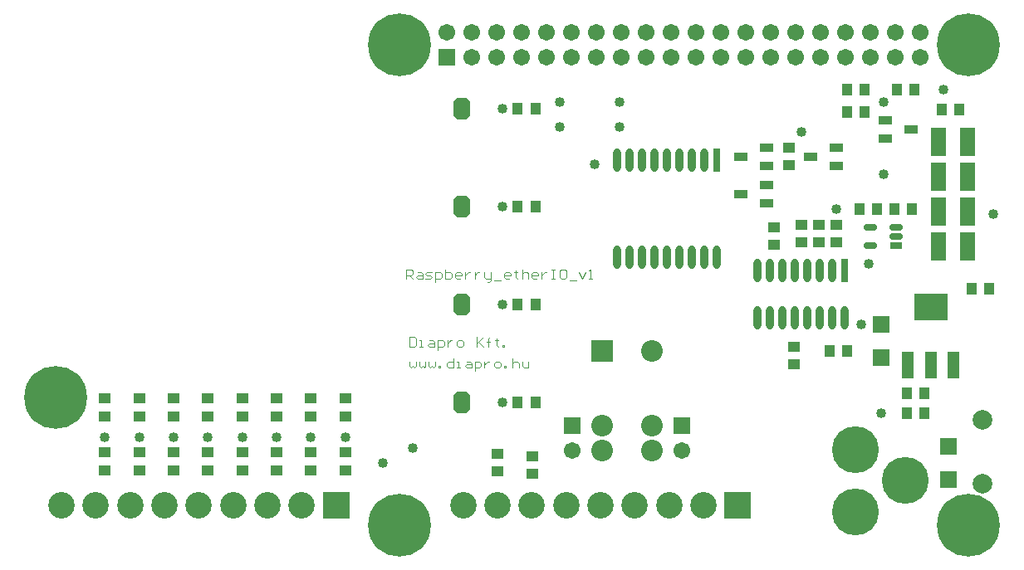
<source format=gts>
%FSTAX24Y24*%
%MOIN*%
G70*
G01*
G75*
G04 Layer_Color=8388736*
%ADD10R,0.0315X0.0374*%
%ADD11R,0.0374X0.0315*%
%ADD12R,0.0472X0.0256*%
G04:AMPARAMS|DCode=13|XSize=21.7mil|YSize=47.2mil|CornerRadius=0mil|HoleSize=0mil|Usage=FLASHONLY|Rotation=270.000|XOffset=0mil|YOffset=0mil|HoleType=Round|Shape=Octagon|*
%AMOCTAGOND13*
4,1,8,0.0236,0.0054,0.0236,-0.0054,0.0182,-0.0108,-0.0182,-0.0108,-0.0236,-0.0054,-0.0236,0.0054,-0.0182,0.0108,0.0182,0.0108,0.0236,0.0054,0.0*
%
%ADD13OCTAGOND13*%

%ADD14R,0.0472X0.0217*%
%ADD15R,0.0512X0.1063*%
%ADD16O,0.0236X0.0866*%
%ADD17R,0.0236X0.0866*%
%ADD18R,0.0630X0.0630*%
%ADD19R,0.1299X0.1004*%
%ADD20R,0.0374X0.1004*%
%ADD21C,0.0100*%
%ADD22C,0.0200*%
%ADD23C,0.0150*%
%ADD24C,0.0039*%
%ADD25R,0.0787X0.0787*%
%ADD26C,0.0787*%
%ADD27C,0.0591*%
%ADD28R,0.0591X0.0591*%
%ADD29C,0.0709*%
%ADD30R,0.0591X0.0591*%
%ADD31C,0.1800*%
%ADD32C,0.0984*%
%ADD33R,0.0984X0.0984*%
G04:AMPARAMS|DCode=34|XSize=78.7mil|YSize=60mil|CornerRadius=0mil|HoleSize=0mil|Usage=FLASHONLY|Rotation=270.000|XOffset=0mil|YOffset=0mil|HoleType=Round|Shape=Octagon|*
%AMOCTAGOND34*
4,1,8,-0.0150,-0.0394,0.0150,-0.0394,0.0300,-0.0244,0.0300,0.0244,0.0150,0.0394,-0.0150,0.0394,-0.0300,0.0244,-0.0300,-0.0244,-0.0150,-0.0394,0.0*
%
%ADD34OCTAGOND34*%

%ADD35C,0.2441*%
%ADD36C,0.0320*%
%ADD37R,0.0472X0.0728*%
%ADD38C,0.0300*%
%ADD39R,0.0395X0.0454*%
%ADD40R,0.0454X0.0395*%
%ADD41R,0.0552X0.0336*%
G04:AMPARAMS|DCode=42|XSize=25.6mil|YSize=51.2mil|CornerRadius=0mil|HoleSize=0mil|Usage=FLASHONLY|Rotation=270.000|XOffset=0mil|YOffset=0mil|HoleType=Round|Shape=Octagon|*
%AMOCTAGOND42*
4,1,8,0.0256,0.0064,0.0256,-0.0064,0.0192,-0.0128,-0.0192,-0.0128,-0.0256,-0.0064,-0.0256,0.0064,-0.0192,0.0128,0.0192,0.0128,0.0256,0.0064,0.0*
%
%ADD42OCTAGOND42*%

%ADD43R,0.0512X0.0256*%
%ADD44R,0.0592X0.1143*%
%ADD45O,0.0316X0.0946*%
%ADD46R,0.0316X0.0946*%
%ADD47R,0.0710X0.0710*%
%ADD48R,0.1379X0.1084*%
%ADD49R,0.0454X0.1084*%
%ADD50R,0.0867X0.0867*%
%ADD51C,0.0867*%
%ADD52C,0.0671*%
%ADD53R,0.0671X0.0671*%
%ADD54C,0.0789*%
%ADD55R,0.0671X0.0671*%
%ADD56C,0.1880*%
%ADD57C,0.1064*%
%ADD58R,0.1064X0.1064*%
G04:AMPARAMS|DCode=59|XSize=86.7mil|YSize=68mil|CornerRadius=0mil|HoleSize=0mil|Usage=FLASHONLY|Rotation=270.000|XOffset=0mil|YOffset=0mil|HoleType=Round|Shape=Octagon|*
%AMOCTAGOND59*
4,1,8,-0.0170,-0.0434,0.0170,-0.0434,0.0340,-0.0264,0.0340,0.0264,0.0170,0.0434,-0.0170,0.0434,-0.0340,0.0264,-0.0340,-0.0264,-0.0170,-0.0434,0.0*
%
%ADD59OCTAGOND59*%

%ADD60C,0.2521*%
%ADD61C,0.0400*%
D24*
X076155Y077661D02*
Y078054D01*
X076352D01*
X076417Y077989D01*
Y077857D01*
X076352Y077792D01*
X076155D01*
X076286D02*
X076417Y077661D01*
X076614Y077923D02*
X076745D01*
X076811Y077857D01*
Y077661D01*
X076614D01*
X076548Y077726D01*
X076614Y077792D01*
X076811D01*
X076942Y077661D02*
X077139D01*
X077204Y077726D01*
X077139Y077792D01*
X077007D01*
X076942Y077857D01*
X077007Y077923D01*
X077204D01*
X077335Y077529D02*
Y077923D01*
X077532D01*
X077598Y077857D01*
Y077726D01*
X077532Y077661D01*
X077335D01*
X077729Y078054D02*
Y077661D01*
X077926D01*
X077991Y077726D01*
Y077792D01*
Y077857D01*
X077926Y077923D01*
X077729D01*
X078319Y077661D02*
X078188D01*
X078123Y077726D01*
Y077857D01*
X078188Y077923D01*
X078319D01*
X078385Y077857D01*
Y077792D01*
X078123D01*
X078516Y077923D02*
Y077661D01*
Y077792D01*
X078582Y077857D01*
X078647Y077923D01*
X078713D01*
X07891D02*
Y077661D01*
Y077792D01*
X078975Y077857D01*
X079041Y077923D01*
X079107D01*
X079303D02*
Y077726D01*
X079369Y077661D01*
X079566D01*
Y077595D01*
X0795Y077529D01*
X079435D01*
X079566Y077661D02*
Y077923D01*
X079697Y077595D02*
X079959D01*
X080287Y077661D02*
X080156D01*
X08009Y077726D01*
Y077857D01*
X080156Y077923D01*
X080287D01*
X080353Y077857D01*
Y077792D01*
X08009D01*
X08055Y077989D02*
Y077923D01*
X080484D01*
X080615D01*
X08055D01*
Y077726D01*
X080615Y077661D01*
X080812Y078054D02*
Y077661D01*
Y077857D01*
X080878Y077923D01*
X081009D01*
X081074Y077857D01*
Y077661D01*
X081402D02*
X081271D01*
X081206Y077726D01*
Y077857D01*
X081271Y077923D01*
X081402D01*
X081468Y077857D01*
Y077792D01*
X081206D01*
X081599Y077923D02*
Y077661D01*
Y077792D01*
X081665Y077857D01*
X08173Y077923D01*
X081796D01*
X081993Y078054D02*
X082124D01*
X082058D01*
Y077661D01*
X081993D01*
X082124D01*
X082517Y078054D02*
X082386D01*
X082321Y077989D01*
Y077726D01*
X082386Y077661D01*
X082517D01*
X082583Y077726D01*
Y077989D01*
X082517Y078054D01*
X082714Y077595D02*
X082977D01*
X083108Y077923D02*
X083239Y077661D01*
X08337Y077923D01*
X083501Y077661D02*
X083633D01*
X083567D01*
Y078054D01*
X083501Y077989D01*
X076302Y075344D02*
Y07495D01*
X076499D01*
X076564Y075016D01*
Y075278D01*
X076499Y075344D01*
X076302D01*
X076696Y07495D02*
X076827D01*
X076761D01*
Y075213D01*
X076696D01*
X077089D02*
X07722D01*
X077286Y075147D01*
Y07495D01*
X077089D01*
X077024Y075016D01*
X077089Y075082D01*
X077286D01*
X077417Y074819D02*
Y075213D01*
X077614D01*
X077679Y075147D01*
Y075016D01*
X077614Y07495D01*
X077417D01*
X077811Y075213D02*
Y07495D01*
Y075082D01*
X077876Y075147D01*
X077942Y075213D01*
X078007D01*
X07827Y07495D02*
X078401D01*
X078467Y075016D01*
Y075147D01*
X078401Y075213D01*
X07827D01*
X078204Y075147D01*
Y075016D01*
X07827Y07495D01*
X078991Y075344D02*
Y07495D01*
Y075082D01*
X079254Y075344D01*
X079057Y075147D01*
X079254Y07495D01*
X079451D02*
Y075278D01*
Y075147D01*
X079385D01*
X079516D01*
X079451D01*
Y075278D01*
X079516Y075344D01*
X079779Y075278D02*
Y075213D01*
X079713D01*
X079844D01*
X079779D01*
Y075016D01*
X079844Y07495D01*
X080041D02*
Y075016D01*
X080107D01*
Y07495D01*
X080041D01*
X076285Y074354D02*
Y074157D01*
X076351Y074091D01*
X076417Y074157D01*
X076482Y074091D01*
X076548Y074157D01*
Y074354D01*
X076679D02*
Y074157D01*
X076745Y074091D01*
X07681Y074157D01*
X076876Y074091D01*
X076941Y074157D01*
Y074354D01*
X077073D02*
Y074157D01*
X077138Y074091D01*
X077204Y074157D01*
X077269Y074091D01*
X077335Y074157D01*
Y074354D01*
X077466Y074091D02*
Y074157D01*
X077532D01*
Y074091D01*
X077466D01*
X078057Y074485D02*
Y074091D01*
X07786D01*
X077794Y074157D01*
Y074288D01*
X07786Y074354D01*
X078057D01*
X078188Y074091D02*
X078319D01*
X078253D01*
Y074354D01*
X078188D01*
X078581D02*
X078712D01*
X078778Y074288D01*
Y074091D01*
X078581D01*
X078516Y074157D01*
X078581Y074223D01*
X078778D01*
X078909Y07396D02*
Y074354D01*
X079106D01*
X079172Y074288D01*
Y074157D01*
X079106Y074091D01*
X078909D01*
X079303Y074354D02*
Y074091D01*
Y074223D01*
X079368Y074288D01*
X079434Y074354D01*
X0795D01*
X079762Y074091D02*
X079893D01*
X079959Y074157D01*
Y074288D01*
X079893Y074354D01*
X079762D01*
X079696Y074288D01*
Y074157D01*
X079762Y074091D01*
X08009D02*
Y074157D01*
X080156D01*
Y074091D01*
X08009D01*
X080418Y074485D02*
Y074091D01*
Y074288D01*
X080484Y074354D01*
X080615D01*
X08068Y074288D01*
Y074091D01*
X080812Y074354D02*
Y074157D01*
X080877Y074091D01*
X081074D01*
Y074354D01*
D39*
X094567Y085278D02*
D03*
X093858D02*
D03*
X098367Y084478D02*
D03*
X097658D02*
D03*
X094567Y084378D02*
D03*
X093858D02*
D03*
X096467Y080478D02*
D03*
X095758D02*
D03*
X095067D02*
D03*
X094358D02*
D03*
X099567Y077278D02*
D03*
X098858D02*
D03*
X096967Y072278D02*
D03*
X096258D02*
D03*
X080642Y08451D02*
D03*
X08135D02*
D03*
X096258Y073078D02*
D03*
X096967D02*
D03*
X080642Y080573D02*
D03*
X08135D02*
D03*
X080642Y076636D02*
D03*
X08135D02*
D03*
X080642Y072699D02*
D03*
X08135D02*
D03*
X093158Y074778D02*
D03*
X093867D02*
D03*
X095858Y085278D02*
D03*
X096567D02*
D03*
D40*
X092713Y079832D02*
D03*
Y079124D02*
D03*
X091513Y082932D02*
D03*
Y082224D02*
D03*
X090913Y079732D02*
D03*
Y079024D02*
D03*
X081213Y069824D02*
D03*
Y070532D02*
D03*
X079813Y069924D02*
D03*
Y070632D02*
D03*
X093413Y079832D02*
D03*
Y079124D02*
D03*
X073713Y072857D02*
D03*
Y072148D02*
D03*
X072335Y072857D02*
D03*
Y072148D02*
D03*
X070957Y072857D02*
D03*
Y072148D02*
D03*
X069579Y072857D02*
D03*
Y072148D02*
D03*
X068201Y072857D02*
D03*
Y072148D02*
D03*
X066823Y072857D02*
D03*
Y072148D02*
D03*
X065445Y072857D02*
D03*
Y072148D02*
D03*
X064067Y072857D02*
D03*
Y072148D02*
D03*
X092013Y079832D02*
D03*
Y079124D02*
D03*
X091713Y074224D02*
D03*
Y074932D02*
D03*
X073713Y070691D02*
D03*
Y069983D02*
D03*
X072335Y070691D02*
D03*
Y069983D02*
D03*
X070957Y070691D02*
D03*
Y069983D02*
D03*
X069579Y070691D02*
D03*
Y069983D02*
D03*
X068201Y070691D02*
D03*
Y069983D02*
D03*
X066823Y070691D02*
D03*
Y069983D02*
D03*
X065445Y070691D02*
D03*
Y069983D02*
D03*
X064067Y070691D02*
D03*
Y069983D02*
D03*
D41*
X090635Y082952D02*
D03*
Y082204D02*
D03*
X08959Y082578D02*
D03*
X09539Y083304D02*
D03*
Y084052D02*
D03*
X096435Y083678D02*
D03*
X093435Y082952D02*
D03*
Y082204D02*
D03*
X09239Y082578D02*
D03*
X090635Y081452D02*
D03*
Y080704D02*
D03*
X08959Y081078D02*
D03*
D42*
X095835Y079752D02*
D03*
Y079378D02*
D03*
X094801Y079752D02*
D03*
Y079004D02*
D03*
D43*
X095835Y079004D02*
D03*
D44*
X097542Y083178D02*
D03*
X098683D02*
D03*
X097542Y081778D02*
D03*
X098683D02*
D03*
X097542Y080378D02*
D03*
X098683D02*
D03*
X097542Y078978D02*
D03*
X098683D02*
D03*
D45*
X085113Y082423D02*
D03*
X088613Y078533D02*
D03*
X085113D02*
D03*
X085613D02*
D03*
X086113D02*
D03*
X086613D02*
D03*
X087113D02*
D03*
X087613D02*
D03*
X088113D02*
D03*
X085613Y082423D02*
D03*
X086113D02*
D03*
X086613D02*
D03*
X087113D02*
D03*
X087613D02*
D03*
X088113D02*
D03*
X084613D02*
D03*
Y078533D02*
D03*
X090257Y077996D02*
D03*
X093757Y076106D02*
D03*
X090257D02*
D03*
X090757D02*
D03*
X091257D02*
D03*
X091757D02*
D03*
X092257D02*
D03*
X092757D02*
D03*
X093257D02*
D03*
X090757Y077996D02*
D03*
X091257D02*
D03*
X091757D02*
D03*
X092257D02*
D03*
X092757D02*
D03*
X093257D02*
D03*
D46*
X088613Y082423D02*
D03*
X093757Y077996D02*
D03*
D47*
X097913Y070947D02*
D03*
Y069609D02*
D03*
X095213Y074509D02*
D03*
Y075847D02*
D03*
D48*
X097213Y076549D02*
D03*
D49*
X098118Y074207D02*
D03*
X097213D02*
D03*
X096307D02*
D03*
D50*
X084013Y074778D02*
D03*
D51*
Y071778D02*
D03*
Y070778D02*
D03*
X086013Y074778D02*
D03*
Y071778D02*
D03*
Y070778D02*
D03*
D52*
X082813D02*
D03*
X087213D02*
D03*
X077795Y087569D02*
D03*
X078795Y086569D02*
D03*
Y087569D02*
D03*
X079795Y086569D02*
D03*
Y087569D02*
D03*
X080795Y086569D02*
D03*
Y087569D02*
D03*
X081795Y086569D02*
D03*
Y087569D02*
D03*
X082795Y086569D02*
D03*
Y087569D02*
D03*
X083795Y086569D02*
D03*
Y087569D02*
D03*
X084795Y086569D02*
D03*
Y087569D02*
D03*
X085795Y086569D02*
D03*
Y087569D02*
D03*
X086795Y086569D02*
D03*
Y087569D02*
D03*
X087795Y086569D02*
D03*
Y087569D02*
D03*
X088795Y086569D02*
D03*
Y087569D02*
D03*
X089795Y086569D02*
D03*
Y087569D02*
D03*
X090795Y086569D02*
D03*
Y087569D02*
D03*
X091795Y086569D02*
D03*
Y087569D02*
D03*
X092795Y086569D02*
D03*
Y087569D02*
D03*
X093795Y086569D02*
D03*
Y087569D02*
D03*
X094795Y086569D02*
D03*
Y087569D02*
D03*
X095795Y086569D02*
D03*
Y087569D02*
D03*
X096795Y086569D02*
D03*
Y087569D02*
D03*
D53*
X082813Y071778D02*
D03*
X087213D02*
D03*
D54*
X099303Y069451D02*
D03*
Y07201D02*
D03*
D55*
X077795Y086569D02*
D03*
D56*
X096195Y069569D02*
D03*
X094195Y068319D02*
D03*
Y070819D02*
D03*
D57*
X078447Y068565D02*
D03*
X083959D02*
D03*
X079825D02*
D03*
X086715D02*
D03*
X081203D02*
D03*
X082581D02*
D03*
X085337D02*
D03*
X088093D02*
D03*
X062325Y068565D02*
D03*
X067837D02*
D03*
X063703D02*
D03*
X070593D02*
D03*
X065081D02*
D03*
X066459D02*
D03*
X069215D02*
D03*
X07197D02*
D03*
D58*
X08947Y068565D02*
D03*
X073348Y068565D02*
D03*
D59*
X078378Y08451D02*
D03*
Y080573D02*
D03*
X078378Y076636D02*
D03*
X078378Y072699D02*
D03*
D60*
X098713Y087069D02*
D03*
X075878Y067778D02*
D03*
X098713D02*
D03*
X075878Y087069D02*
D03*
X062098Y072896D02*
D03*
D61*
X068201Y071321D02*
D03*
X069579D02*
D03*
X070957D02*
D03*
X072335D02*
D03*
X073713D02*
D03*
X080012Y072699D02*
D03*
Y076636D02*
D03*
Y080573D02*
D03*
Y08451D02*
D03*
X066823Y071321D02*
D03*
X065445D02*
D03*
X064067D02*
D03*
X093413Y080478D02*
D03*
X097713Y085278D02*
D03*
X092013Y083578D02*
D03*
X082313Y083778D02*
D03*
Y084778D02*
D03*
X076413Y070878D02*
D03*
X094413Y075847D02*
D03*
X075213Y070278D02*
D03*
X084713Y083778D02*
D03*
Y084778D02*
D03*
X095313Y081878D02*
D03*
Y084778D02*
D03*
X094713Y078278D02*
D03*
X099713Y080278D02*
D03*
X083713Y082278D02*
D03*
X095213Y072278D02*
D03*
M02*

</source>
